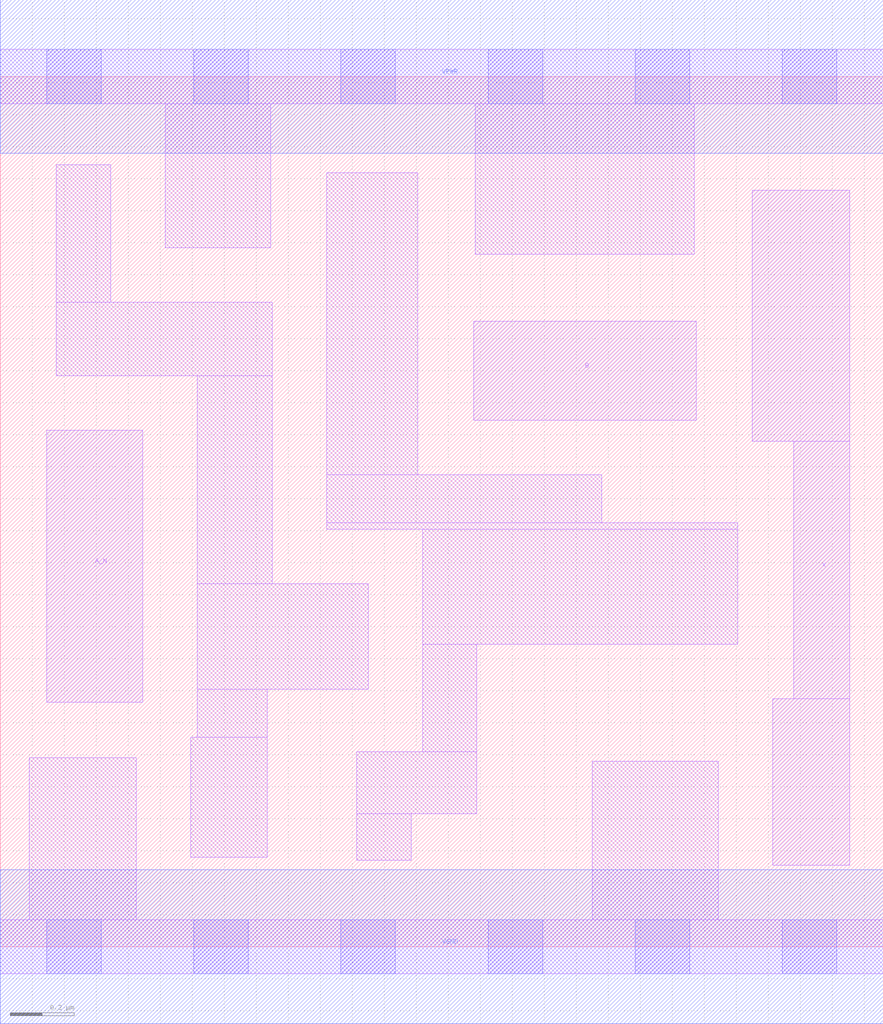
<source format=lef>
# Copyright 2020 The SkyWater PDK Authors
#
# Licensed under the Apache License, Version 2.0 (the "License");
# you may not use this file except in compliance with the License.
# You may obtain a copy of the License at
#
#     https://www.apache.org/licenses/LICENSE-2.0
#
# Unless required by applicable law or agreed to in writing, software
# distributed under the License is distributed on an "AS IS" BASIS,
# WITHOUT WARRANTIES OR CONDITIONS OF ANY KIND, either express or implied.
# See the License for the specific language governing permissions and
# limitations under the License.
#
# SPDX-License-Identifier: Apache-2.0

VERSION 5.7 ;
  NAMESCASESENSITIVE ON ;
  NOWIREEXTENSIONATPIN ON ;
  DIVIDERCHAR "/" ;
  BUSBITCHARS "[]" ;
UNITS
  DATABASE MICRONS 200 ;
END UNITS
MACRO sky130_fd_sc_hd__and2b_1
  CLASS CORE ;
  FOREIGN sky130_fd_sc_hd__and2b_1 ;
  ORIGIN  0.000000  0.000000 ;
  SIZE  2.760000 BY  2.720000 ;
  SYMMETRY X Y R90 ;
  SITE unithd ;
  PIN A_N
    ANTENNAGATEAREA  0.126000 ;
    DIRECTION INPUT ;
    USE SIGNAL ;
    PORT
      LAYER li1 ;
        RECT 0.145000 0.765000 0.445000 1.615000 ;
    END
  END A_N
  PIN B
    ANTENNAGATEAREA  0.126000 ;
    DIRECTION INPUT ;
    USE SIGNAL ;
    PORT
      LAYER li1 ;
        RECT 1.480000 1.645000 2.175000 1.955000 ;
    END
  END B
  PIN X
    ANTENNADIFFAREA  0.429000 ;
    DIRECTION OUTPUT ;
    USE SIGNAL ;
    PORT
      LAYER li1 ;
        RECT 2.350000 1.580000 2.655000 2.365000 ;
        RECT 2.415000 0.255000 2.655000 0.775000 ;
        RECT 2.480000 0.775000 2.655000 1.580000 ;
    END
  END X
  PIN VGND
    DIRECTION INOUT ;
    SHAPE ABUTMENT ;
    USE GROUND ;
    PORT
      LAYER met1 ;
        RECT 0.000000 -0.240000 2.760000 0.240000 ;
    END
  END VGND
  PIN VPWR
    DIRECTION INOUT ;
    SHAPE ABUTMENT ;
    USE POWER ;
    PORT
      LAYER met1 ;
        RECT 0.000000 2.480000 2.760000 2.960000 ;
    END
  END VPWR
  OBS
    LAYER li1 ;
      RECT 0.000000 -0.085000 2.760000 0.085000 ;
      RECT 0.000000  2.635000 2.760000 2.805000 ;
      RECT 0.090000  0.085000 0.425000 0.590000 ;
      RECT 0.175000  1.785000 0.850000 2.015000 ;
      RECT 0.175000  2.015000 0.345000 2.445000 ;
      RECT 0.515000  2.185000 0.845000 2.635000 ;
      RECT 0.595000  0.280000 0.835000 0.655000 ;
      RECT 0.615000  0.655000 0.835000 0.805000 ;
      RECT 0.615000  0.805000 1.150000 1.135000 ;
      RECT 0.615000  1.135000 0.850000 1.785000 ;
      RECT 1.020000  1.305000 2.305000 1.325000 ;
      RECT 1.020000  1.325000 1.880000 1.475000 ;
      RECT 1.020000  1.475000 1.305000 2.420000 ;
      RECT 1.115000  0.270000 1.285000 0.415000 ;
      RECT 1.115000  0.415000 1.490000 0.610000 ;
      RECT 1.320000  0.610000 1.490000 0.945000 ;
      RECT 1.320000  0.945000 2.305000 1.305000 ;
      RECT 1.485000  2.165000 2.170000 2.635000 ;
      RECT 1.850000  0.085000 2.245000 0.580000 ;
    LAYER mcon ;
      RECT 0.145000 -0.085000 0.315000 0.085000 ;
      RECT 0.145000  2.635000 0.315000 2.805000 ;
      RECT 0.605000 -0.085000 0.775000 0.085000 ;
      RECT 0.605000  2.635000 0.775000 2.805000 ;
      RECT 1.065000 -0.085000 1.235000 0.085000 ;
      RECT 1.065000  2.635000 1.235000 2.805000 ;
      RECT 1.525000 -0.085000 1.695000 0.085000 ;
      RECT 1.525000  2.635000 1.695000 2.805000 ;
      RECT 1.985000 -0.085000 2.155000 0.085000 ;
      RECT 1.985000  2.635000 2.155000 2.805000 ;
      RECT 2.445000 -0.085000 2.615000 0.085000 ;
      RECT 2.445000  2.635000 2.615000 2.805000 ;
  END
END sky130_fd_sc_hd__and2b_1
END LIBRARY

</source>
